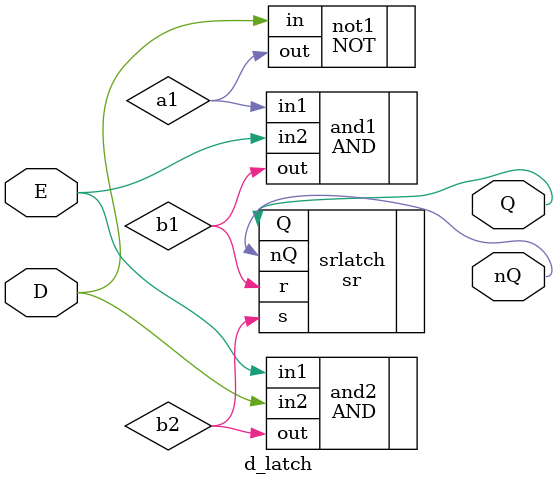
<source format=v>
module d_latch(
input D, E,
output Q, nQ);

wire a1;
wire b1;
wire b2;

NOT not1 (.out(a1), .in(D));
AND and1 (.out(b1), .in1(a1), .in2(E));
AND and2 (.out(b2), .in1(E), .in2(D));


sr srlatch(.s(b2), .r(b1), .Q(Q), .nQ(nQ));

endmodule

</source>
